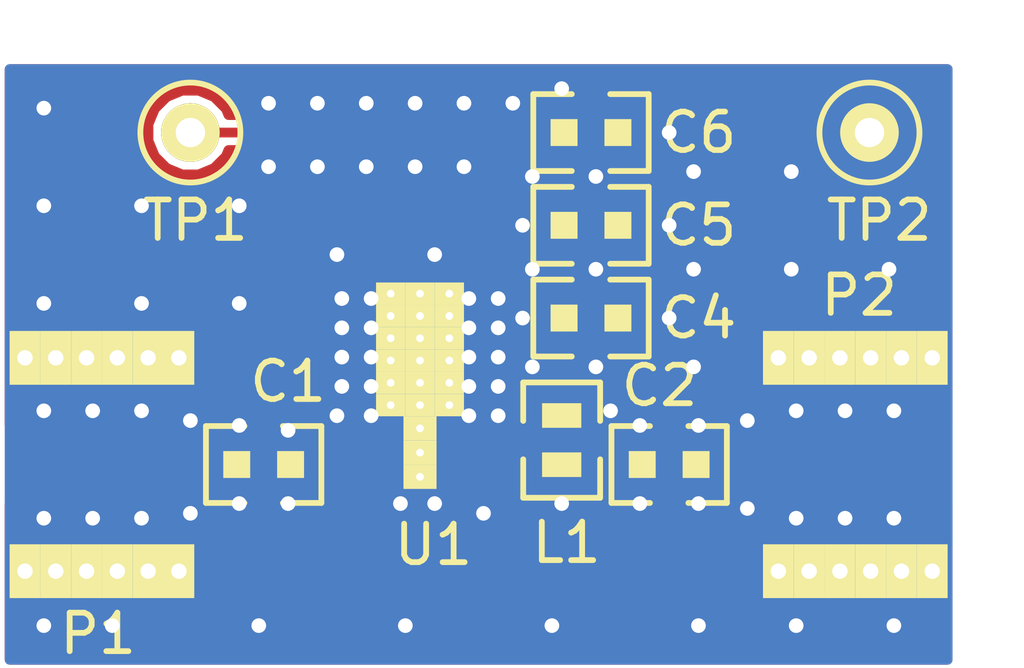
<source format=kicad_pcb>
(kicad_pcb (version 4) (host pcbnew 4.0.0-rc1-stable)

  (general
    (links 57)
    (no_connects 0)
    (area 137.472 102.701 164.453763 120.487)
    (thickness 1.6)
    (drawings 0)
    (tracks 16)
    (zones 0)
    (modules 106)
    (nets 7)
  )

  (page A4)
  (layers
    (0 F.Cu signal)
    (31 B.Cu signal hide)
    (32 B.Adhes user)
    (33 F.Adhes user)
    (34 B.Paste user)
    (35 F.Paste user)
    (36 B.SilkS user)
    (37 F.SilkS user)
    (38 B.Mask user)
    (39 F.Mask user)
    (40 Dwgs.User user)
    (41 Cmts.User user)
    (42 Eco1.User user)
    (43 Eco2.User user)
    (44 Edge.Cuts user)
    (45 Margin user)
    (46 B.CrtYd user)
    (47 F.CrtYd user)
    (48 B.Fab user)
    (49 F.Fab user)
  )

  (setup
    (last_trace_width 0.25)
    (user_trace_width 0.254)
    (user_trace_width 0.381)
    (user_trace_width 0.508)
    (user_trace_width 0.9398)
    (trace_clearance 0.2)
    (zone_clearance 0.1524)
    (zone_45_only no)
    (trace_min 0.2)
    (segment_width 0.2)
    (edge_width 0.15)
    (via_size 0.6)
    (via_drill 0.4)
    (via_min_size 0.4)
    (via_min_drill 0.3)
    (uvia_size 0.3)
    (uvia_drill 0.1)
    (uvias_allowed no)
    (uvia_min_size 0.2)
    (uvia_min_drill 0.1)
    (pcb_text_width 0.3)
    (pcb_text_size 1.5 1.5)
    (mod_edge_width 0.15)
    (mod_text_size 1 1)
    (mod_text_width 0.15)
    (pad_size 0.762 0.58)
    (pad_drill 0.2)
    (pad_to_mask_clearance 0.2)
    (aux_axis_origin 0 0)
    (visible_elements 7FFFFFFF)
    (pcbplotparams
      (layerselection 0x00030_80000001)
      (usegerberextensions false)
      (excludeedgelayer true)
      (linewidth 0.100000)
      (plotframeref false)
      (viasonmask false)
      (mode 1)
      (useauxorigin false)
      (hpglpennumber 1)
      (hpglpenspeed 20)
      (hpglpendiameter 15)
      (hpglpenoverlay 2)
      (psnegative false)
      (psa4output false)
      (plotreference true)
      (plotvalue true)
      (plotinvisibletext false)
      (padsonsilk false)
      (subtractmaskfromsilk false)
      (outputformat 1)
      (mirror false)
      (drillshape 1)
      (scaleselection 1)
      (outputdirectory ""))
  )

  (net 0 "")
  (net 1 "Net-(C1-Pad1)")
  (net 2 "Net-(C1-Pad2)")
  (net 3 "Net-(C2-Pad1)")
  (net 4 "Net-(C2-Pad2)")
  (net 5 GND)
  (net 6 VCC)

  (net_class Default "This is the default net class."
    (clearance 0.2)
    (trace_width 0.25)
    (via_dia 0.6)
    (via_drill 0.4)
    (uvia_dia 0.3)
    (uvia_drill 0.1)
    (add_net GND)
    (add_net "Net-(C1-Pad1)")
    (add_net "Net-(C1-Pad2)")
    (add_net "Net-(C2-Pad1)")
    (add_net "Net-(C2-Pad2)")
    (add_net VCC)
  )

  (module rf-gain-block-footprints:via-15mil (layer F.Cu) (tedit 560C7966) (tstamp 560C7EF4)
    (at 160.782 109.982)
    (fp_text reference REF** (at 0 0.5588) (layer F.SilkS) hide
      (effects (font (size 0.127 0.127) (thickness 0.015)))
    )
    (fp_text value via-15mil (at 0 -0.5588) (layer F.Fab) hide
      (effects (font (size 0.127 0.127) (thickness 0.015)))
    )
    (pad 1 thru_hole circle (at 0 0) (size 0.762 0.762) (drill 0.381) (layers *.Cu)
      (zone_connect 2))
  )

  (module rf-gain-block-footprints:via-15mil (layer F.Cu) (tedit 560C7966) (tstamp 560C7EEB)
    (at 158.242 107.442)
    (fp_text reference REF** (at 0 0.5588) (layer F.SilkS) hide
      (effects (font (size 0.127 0.127) (thickness 0.015)))
    )
    (fp_text value via-15mil (at 0 -0.5588) (layer F.Fab) hide
      (effects (font (size 0.127 0.127) (thickness 0.015)))
    )
    (pad 1 thru_hole circle (at 0 0) (size 0.762 0.762) (drill 0.381) (layers *.Cu)
      (zone_connect 2))
  )

  (module rf-gain-block-footprints:smd_0603 (layer F.Cu) (tedit 560C5447) (tstamp 560C5322)
    (at 144.526 115.062 180)
    (path /55D2D1A0)
    (fp_text reference C1 (at -0.635 2.159 180) (layer F.SilkS)
      (effects (font (size 1 1) (thickness 0.15)))
    )
    (fp_text value 0.1uF (at -1.397 -2.032 180) (layer F.Fab)
      (effects (font (size 1 1) (thickness 0.15)))
    )
    (fp_line (start 1.5 -1) (end 1.5 1) (layer F.SilkS) (width 0.15))
    (fp_line (start 1.5 1) (end 0.5 1) (layer F.SilkS) (width 0.15))
    (fp_line (start 1.5 -1) (end 0.5 -1) (layer F.SilkS) (width 0.15))
    (fp_line (start -1.5 -1) (end -1.5 1) (layer F.SilkS) (width 0.15))
    (fp_line (start -1.5 1) (end -0.5 1) (layer F.SilkS) (width 0.15))
    (fp_line (start -1.5 -1) (end -0.5 -1) (layer F.SilkS) (width 0.15))
    (pad 1 smd rect (at -0.7 0 180) (size 0.7 0.7) (layers F.Cu F.Paste F.SilkS F.Mask)
      (net 1 "Net-(C1-Pad1)"))
    (pad 2 smd rect (at 0.7 0 180) (size 0.7 0.7) (layers F.Cu F.Paste F.SilkS F.Mask)
      (net 2 "Net-(C1-Pad2)"))
  )

  (module rf-gain-block-footprints:smd_0603 (layer F.Cu) (tedit 55D02F25) (tstamp 560C5328)
    (at 155.067 115.062 180)
    (path /55D2D3C6)
    (fp_text reference C2 (at 0.25 2.05 180) (layer F.SilkS)
      (effects (font (size 1 1) (thickness 0.15)))
    )
    (fp_text value 0.1uF (at 0.4 -2.3 180) (layer F.Fab)
      (effects (font (size 1 1) (thickness 0.15)))
    )
    (fp_line (start 1.5 -1) (end 1.5 1) (layer F.SilkS) (width 0.15))
    (fp_line (start 1.5 1) (end 0.5 1) (layer F.SilkS) (width 0.15))
    (fp_line (start 1.5 -1) (end 0.5 -1) (layer F.SilkS) (width 0.15))
    (fp_line (start -1.5 -1) (end -1.5 1) (layer F.SilkS) (width 0.15))
    (fp_line (start -1.5 1) (end -0.5 1) (layer F.SilkS) (width 0.15))
    (fp_line (start -1.5 -1) (end -0.5 -1) (layer F.SilkS) (width 0.15))
    (pad 1 smd rect (at -0.7 0 180) (size 0.7 0.7) (layers F.Cu F.Paste F.SilkS F.Mask)
      (net 3 "Net-(C2-Pad1)"))
    (pad 2 smd rect (at 0.7 0 180) (size 0.7 0.7) (layers F.Cu F.Paste F.SilkS F.Mask)
      (net 4 "Net-(C2-Pad2)"))
  )

  (module rf-gain-block-footprints:smd_0603 (layer F.Cu) (tedit 560C5420) (tstamp 560C532E)
    (at 153.035 111.252 180)
    (path /55D2D218)
    (fp_text reference C4 (at -2.794 0 180) (layer F.SilkS)
      (effects (font (size 1 1) (thickness 0.15)))
    )
    (fp_text value 68pF (at -3.81 0.889 180) (layer F.Fab)
      (effects (font (size 1 1) (thickness 0.15)))
    )
    (fp_line (start 1.5 -1) (end 1.5 1) (layer F.SilkS) (width 0.15))
    (fp_line (start 1.5 1) (end 0.5 1) (layer F.SilkS) (width 0.15))
    (fp_line (start 1.5 -1) (end 0.5 -1) (layer F.SilkS) (width 0.15))
    (fp_line (start -1.5 -1) (end -1.5 1) (layer F.SilkS) (width 0.15))
    (fp_line (start -1.5 1) (end -0.5 1) (layer F.SilkS) (width 0.15))
    (fp_line (start -1.5 -1) (end -0.5 -1) (layer F.SilkS) (width 0.15))
    (pad 1 smd rect (at -0.7 0 180) (size 0.7 0.7) (layers F.Cu F.Paste F.SilkS F.Mask)
      (net 5 GND))
    (pad 2 smd rect (at 0.7 0 180) (size 0.7 0.7) (layers F.Cu F.Paste F.SilkS F.Mask)
      (net 6 VCC))
  )

  (module rf-gain-block-footprints:smd_0603 (layer F.Cu) (tedit 560C5423) (tstamp 560C5334)
    (at 153.035 108.839 180)
    (path /55D2D1D7)
    (fp_text reference C5 (at -2.794 0 180) (layer F.SilkS)
      (effects (font (size 1 1) (thickness 0.15)))
    )
    (fp_text value 1.2nF (at -3.81 0.762 180) (layer F.Fab)
      (effects (font (size 1 1) (thickness 0.15)))
    )
    (fp_line (start 1.5 -1) (end 1.5 1) (layer F.SilkS) (width 0.15))
    (fp_line (start 1.5 1) (end 0.5 1) (layer F.SilkS) (width 0.15))
    (fp_line (start 1.5 -1) (end 0.5 -1) (layer F.SilkS) (width 0.15))
    (fp_line (start -1.5 -1) (end -1.5 1) (layer F.SilkS) (width 0.15))
    (fp_line (start -1.5 1) (end -0.5 1) (layer F.SilkS) (width 0.15))
    (fp_line (start -1.5 -1) (end -0.5 -1) (layer F.SilkS) (width 0.15))
    (pad 1 smd rect (at -0.7 0 180) (size 0.7 0.7) (layers F.Cu F.Paste F.SilkS F.Mask)
      (net 5 GND))
    (pad 2 smd rect (at 0.7 0 180) (size 0.7 0.7) (layers F.Cu F.Paste F.SilkS F.Mask)
      (net 6 VCC))
  )

  (module rf-gain-block-footprints:smd_0603 (layer F.Cu) (tedit 560C5428) (tstamp 560C533A)
    (at 153.035 106.426 180)
    (path /55D2D25D)
    (fp_text reference C6 (at -2.794 0 180) (layer F.SilkS)
      (effects (font (size 1 1) (thickness 0.15)))
    )
    (fp_text value 1uF (at -3.175 0.889 180) (layer F.Fab)
      (effects (font (size 1 1) (thickness 0.15)))
    )
    (fp_line (start 1.5 -1) (end 1.5 1) (layer F.SilkS) (width 0.15))
    (fp_line (start 1.5 1) (end 0.5 1) (layer F.SilkS) (width 0.15))
    (fp_line (start 1.5 -1) (end 0.5 -1) (layer F.SilkS) (width 0.15))
    (fp_line (start -1.5 -1) (end -1.5 1) (layer F.SilkS) (width 0.15))
    (fp_line (start -1.5 1) (end -0.5 1) (layer F.SilkS) (width 0.15))
    (fp_line (start -1.5 -1) (end -0.5 -1) (layer F.SilkS) (width 0.15))
    (pad 1 smd rect (at -0.7 0 180) (size 0.7 0.7) (layers F.Cu F.Paste F.SilkS F.Mask)
      (net 5 GND))
    (pad 2 smd rect (at 0.7 0 180) (size 0.7 0.7) (layers F.Cu F.Paste F.SilkS F.Mask)
      (net 6 VCC))
  )

  (module rf-gain-block-footprints:cc_0603ls (layer F.Cu) (tedit 560C5439) (tstamp 560C5340)
    (at 152.273 114.427 270)
    (path /55D2D2B7)
    (fp_text reference L1 (at 2.667 -0.127 360) (layer F.SilkS)
      (effects (font (size 1 1) (thickness 0.15)))
    )
    (fp_text value 470nH (at 4.318 -0.127 360) (layer F.Fab)
      (effects (font (size 1 1) (thickness 0.15)))
    )
    (fp_line (start 1.5 -1) (end 1.5 1) (layer F.SilkS) (width 0.15))
    (fp_line (start 1.5 1) (end 0.5 1) (layer F.SilkS) (width 0.15))
    (fp_line (start 1.5 -1) (end 0.5 -1) (layer F.SilkS) (width 0.15))
    (fp_line (start -1.5 -1) (end -1.5 1) (layer F.SilkS) (width 0.15))
    (fp_line (start -1.5 1) (end -0.5 1) (layer F.SilkS) (width 0.15))
    (fp_line (start -1.5 -1) (end -0.5 -1) (layer F.SilkS) (width 0.15))
    (pad 1 smd rect (at -0.64 0 270) (size 0.64 1.02) (layers F.Cu F.Paste F.SilkS F.Mask)
      (net 6 VCC))
    (pad 2 smd rect (at 0.64 0 270) (size 0.64 1.02) (layers F.Cu F.Paste F.SilkS F.Mask)
      (net 4 "Net-(C2-Pad2)"))
  )

  (module rf-gain-block-footprints:SMA (layer F.Cu) (tedit 560C591B) (tstamp 560C5351)
    (at 137.922 115.062 90)
    (path /55D2CEEC)
    (fp_text reference P1 (at -4.4 2.3 180) (layer F.SilkS)
      (effects (font (size 1 1) (thickness 0.15)))
    )
    (fp_text value SMA (at 4.45 2.05 180) (layer F.Fab)
      (effects (font (size 1 1) (thickness 0.15)))
    )
    (pad 2 thru_hole rect (at -2.775 0.4 90) (size 1.4 0.8) (drill 0.4) (layers *.Cu *.Mask F.SilkS)
      (net 5 GND))
    (pad 1 smd rect (at 0 1.9 90) (size 1.4 3.8) (layers F.Cu F.Paste F.Mask)
      (net 2 "Net-(C1-Pad2)"))
    (pad 2 thru_hole rect (at 2.775 0.4 90) (size 1.4 0.8) (drill 0.4) (layers *.Cu *.Mask F.SilkS)
      (net 5 GND))
    (pad 2 thru_hole rect (at 2.775 1.2 90) (size 1.4 0.8) (drill 0.4) (layers *.Cu *.Mask F.SilkS)
      (net 5 GND))
    (pad 2 thru_hole rect (at 2.775 2 90) (size 1.4 0.8) (drill 0.4) (layers *.Cu *.Mask F.SilkS)
      (net 5 GND))
    (pad 2 thru_hole rect (at 2.775 2.8 90) (size 1.4 0.8) (drill 0.4) (layers *.Cu *.Mask F.SilkS)
      (net 5 GND))
    (pad 2 thru_hole rect (at 2.775 3.6 90) (size 1.4 0.8) (drill 0.4) (layers *.Cu *.Mask F.SilkS)
      (net 5 GND))
    (pad 2 thru_hole rect (at 2.775 4.4 90) (size 1.4 0.8) (drill 0.4) (layers *.Cu *.Mask F.SilkS)
      (net 5 GND))
    (pad 2 thru_hole rect (at -2.775 1.2 90) (size 1.4 0.8) (drill 0.4) (layers *.Cu *.Mask F.SilkS)
      (net 5 GND))
    (pad 2 thru_hole rect (at -2.775 2 90) (size 1.4 0.8) (drill 0.4) (layers *.Cu *.Mask F.SilkS)
      (net 5 GND))
    (pad 2 thru_hole rect (at -2.775 2.8 90) (size 1.4 0.8) (drill 0.4) (layers *.Cu *.Mask F.SilkS)
      (net 5 GND) (zone_connect 2))
    (pad 2 thru_hole rect (at -2.775 3.6 90) (size 1.4 0.8) (drill 0.4) (layers *.Cu *.Mask F.SilkS)
      (net 5 GND) (zone_connect 2))
    (pad 2 thru_hole rect (at -2.775 4.4 90) (size 1.4 0.8) (drill 0.4) (layers *.Cu *.Mask F.SilkS)
      (net 5 GND))
  )

  (module rf-gain-block-footprints:SMA (layer F.Cu) (tedit 560C5911) (tstamp 560C5362)
    (at 162.306 115.062 270)
    (path /55D2CE6F)
    (fp_text reference P2 (at -4.4 2.3 360) (layer F.SilkS)
      (effects (font (size 1 1) (thickness 0.15)))
    )
    (fp_text value SMA (at 4.45 2.05 360) (layer F.Fab)
      (effects (font (size 1 1) (thickness 0.15)))
    )
    (pad 2 thru_hole rect (at -2.775 0.4 270) (size 1.4 0.8) (drill 0.4) (layers *.Cu *.Mask F.SilkS)
      (net 5 GND))
    (pad 1 smd rect (at 0 1.9 270) (size 1.4 3.8) (layers F.Cu F.Paste F.Mask)
      (net 3 "Net-(C2-Pad1)"))
    (pad 2 thru_hole rect (at 2.775 0.4 270) (size 1.4 0.8) (drill 0.4) (layers *.Cu *.Mask F.SilkS)
      (net 5 GND))
    (pad 2 thru_hole rect (at 2.775 1.2 270) (size 1.4 0.8) (drill 0.4) (layers *.Cu *.Mask F.SilkS)
      (net 5 GND))
    (pad 2 thru_hole rect (at 2.775 2 270) (size 1.4 0.8) (drill 0.4) (layers *.Cu *.Mask F.SilkS)
      (net 5 GND))
    (pad 2 thru_hole rect (at 2.775 2.8 270) (size 1.4 0.8) (drill 0.4) (layers *.Cu *.Mask F.SilkS)
      (net 5 GND) (zone_connect 2))
    (pad 2 thru_hole rect (at 2.775 3.6 270) (size 1.4 0.8) (drill 0.4) (layers *.Cu *.Mask F.SilkS)
      (net 5 GND))
    (pad 2 thru_hole rect (at 2.775 4.4 270) (size 1.4 0.8) (drill 0.4) (layers *.Cu *.Mask F.SilkS)
      (net 5 GND))
    (pad 2 thru_hole rect (at -2.775 1.2 270) (size 1.4 0.8) (drill 0.4) (layers *.Cu *.Mask F.SilkS)
      (net 5 GND) (zone_connect 2))
    (pad 2 thru_hole rect (at -2.775 2 270) (size 1.4 0.8) (drill 0.4) (layers *.Cu *.Mask F.SilkS)
      (net 5 GND))
    (pad 2 thru_hole rect (at -2.775 2.8 270) (size 1.4 0.8) (drill 0.4) (layers *.Cu *.Mask F.SilkS)
      (net 5 GND))
    (pad 2 thru_hole rect (at -2.775 3.6 270) (size 1.4 0.8) (drill 0.4) (layers *.Cu *.Mask F.SilkS)
      (net 5 GND))
    (pad 2 thru_hole rect (at -2.775 4.4 270) (size 1.4 0.8) (drill 0.4) (layers *.Cu *.Mask F.SilkS)
      (net 5 GND))
  )

  (module rf-gain-block-footprints:tp (layer F.Cu) (tedit 560C542C) (tstamp 560C5367)
    (at 142.621 106.426)
    (path /560B7FB1)
    (fp_text reference TP1 (at 0.127 2.286) (layer F.SilkS)
      (effects (font (size 1 1) (thickness 0.15)))
    )
    (fp_text value test-point (at 0 -2.6) (layer F.Fab)
      (effects (font (size 1 1) (thickness 0.15)))
    )
    (fp_circle (center 0 0) (end 1.3 0) (layer F.SilkS) (width 0.15))
    (pad 1 thru_hole circle (at 0 0) (size 1.524 1.524) (drill 0.762) (layers *.Cu *.Mask F.SilkS)
      (net 6 VCC))
  )

  (module rf-gain-block-footprints:tp (layer F.Cu) (tedit 560C542E) (tstamp 560C536C)
    (at 160.274 106.426)
    (path /560B80E2)
    (fp_text reference TP2 (at 0.254 2.286) (layer F.SilkS)
      (effects (font (size 1 1) (thickness 0.15)))
    )
    (fp_text value test-point (at 0 -2.6) (layer F.Fab)
      (effects (font (size 1 1) (thickness 0.15)))
    )
    (fp_circle (center 0 0) (end 1.3 0) (layer F.SilkS) (width 0.15))
    (pad 1 thru_hole circle (at 0 0) (size 1.524 1.524) (drill 0.762) (layers *.Cu *.Mask F.SilkS)
      (net 5 GND))
  )

  (module rf-gain-block-footprints:adl5602 (layer F.Cu) (tedit 560C5932) (tstamp 560C5387)
    (at 148.59 115.697)
    (path /55D2CE06)
    (fp_text reference U1 (at 0.35 1.45) (layer F.SilkS)
      (effects (font (size 1 1) (thickness 0.15)))
    )
    (fp_text value ADL5602 (at 0 -6.65) (layer F.Fab)
      (effects (font (size 1 1) (thickness 0.15)))
    )
    (fp_line (start -2.3 0.1) (end 2.3 0.1) (layer F.CrtYd) (width 0.15))
    (fp_line (start 2.3 0.1) (end 2.3 -5.6) (layer F.CrtYd) (width 0.15))
    (fp_line (start 2.3 -5.6) (end -2.3 -5.6) (layer F.CrtYd) (width 0.15))
    (fp_line (start -2.3 -5.6) (end -2.3 0.1) (layer F.CrtYd) (width 0.15))
    (pad 2 thru_hole rect (at -0.762 -2.18) (size 0.762 0.58) (drill 0.2) (layers *.Cu *.Mask F.SilkS)
      (net 5 GND))
    (pad 2 thru_hole rect (at 0 -0.315) (size 0.86 0.63) (drill 0.2) (layers *.Cu *.Mask F.SilkS)
      (net 5 GND))
    (pad 3 smd rect (at 1.5 -0.635) (size 0.86 1.27) (layers F.Cu F.Paste F.Mask)
      (net 4 "Net-(C2-Pad2)"))
    (pad 1 smd rect (at -1.5 -0.635) (size 0.86 1.27) (layers F.Cu F.Paste F.Mask)
      (net 1 "Net-(C1-Pad1)"))
    (pad 2 thru_hole rect (at 0 -0.945) (size 0.86 0.63) (drill 0.2) (layers *.Cu *.Mask F.SilkS)
      (net 5 GND))
    (pad 2 thru_hole rect (at 0 -1.575) (size 0.86 0.63) (drill 0.2) (layers *.Cu *.Mask F.SilkS)
      (net 5 GND))
    (pad 2 thru_hole rect (at 0 -2.18) (size 0.762 0.58) (drill 0.2) (layers *.Cu *.Mask F.SilkS)
      (net 5 GND))
    (pad 2 thru_hole rect (at 0.762 -2.18) (size 0.762 0.58) (drill 0.2) (layers *.Cu *.Mask F.SilkS)
      (net 5 GND))
    (pad 2 thru_hole rect (at -0.762 -2.76) (size 0.762 0.58) (drill 0.2) (layers *.Cu *.Mask F.SilkS)
      (net 5 GND))
    (pad 2 thru_hole rect (at 0 -2.76) (size 0.762 0.58) (drill 0.2) (layers *.Cu *.Mask F.SilkS)
      (net 5 GND))
    (pad 2 thru_hole rect (at 0.762 -2.76) (size 0.762 0.58) (drill 0.2) (layers *.Cu *.Mask F.SilkS)
      (net 5 GND))
    (pad 2 thru_hole rect (at -0.762 -3.34) (size 0.762 0.58) (drill 0.2) (layers *.Cu *.Mask F.SilkS)
      (net 5 GND))
    (pad 2 thru_hole rect (at 0 -3.34) (size 0.762 0.58) (drill 0.2) (layers *.Cu *.Mask F.SilkS)
      (net 5 GND))
    (pad 2 thru_hole rect (at 0.762 -3.34) (size 0.762 0.58) (drill 0.2) (layers *.Cu *.Mask F.SilkS)
      (net 5 GND))
    (pad 2 thru_hole rect (at -0.762 -3.92) (size 0.762 0.58) (drill 0.2) (layers *.Cu *.Mask F.SilkS)
      (net 5 GND))
    (pad 2 thru_hole rect (at 0 -3.92) (size 0.762 0.58) (drill 0.2) (layers *.Cu *.Mask F.SilkS)
      (net 5 GND))
    (pad 2 thru_hole rect (at 0.762 -3.92) (size 0.762 0.58) (drill 0.2) (layers *.Cu *.Mask F.SilkS)
      (net 5 GND))
    (pad 2 thru_hole rect (at -0.762 -4.5) (size 0.762 0.58) (drill 0.2) (layers *.Cu *.Mask F.SilkS)
      (net 5 GND))
    (pad 2 thru_hole rect (at 0 -4.5) (size 0.762 0.58) (drill 0.2) (layers *.Cu *.Mask F.SilkS)
      (net 5 GND))
    (pad 2 thru_hole rect (at 0.762 -4.5) (size 0.762 0.58) (drill 0.2) (layers *.Cu *.Mask F.SilkS)
      (net 5 GND))
    (pad 2 thru_hole rect (at -0.762 -5.08) (size 0.762 0.58) (drill 0.2) (layers *.Cu *.Mask F.SilkS)
      (net 5 GND) (zone_connect 2))
    (pad 2 thru_hole rect (at 0 -5.08) (size 0.762 0.58) (drill 0.2) (layers *.Cu *.Mask F.SilkS)
      (net 5 GND))
    (pad 2 thru_hole rect (at 0.762 -5.08) (size 0.762 0.58) (drill 0.2) (layers *.Cu *.Mask F.SilkS)
      (net 5 GND))
  )

  (module rf-gain-block-footprints:via-15mil (layer F.Cu) (tedit 560C7966) (tstamp 560C7B0D)
    (at 138.811 113.665)
    (fp_text reference REF** (at 0 0.5588) (layer F.SilkS) hide
      (effects (font (size 0.127 0.127) (thickness 0.015)))
    )
    (fp_text value via-15mil (at 0 -0.5588) (layer F.Fab) hide
      (effects (font (size 0.127 0.127) (thickness 0.015)))
    )
    (pad 1 thru_hole circle (at 0 0) (size 0.762 0.762) (drill 0.381) (layers *.Cu)
      (zone_connect 2))
  )

  (module rf-gain-block-footprints:via-15mil (layer F.Cu) (tedit 560C7966) (tstamp 560C7B16)
    (at 140.081 113.665)
    (fp_text reference REF** (at 0 0.5588) (layer F.SilkS) hide
      (effects (font (size 0.127 0.127) (thickness 0.015)))
    )
    (fp_text value via-15mil (at 0 -0.5588) (layer F.Fab) hide
      (effects (font (size 0.127 0.127) (thickness 0.015)))
    )
    (pad 1 thru_hole circle (at 0 0) (size 0.762 0.762) (drill 0.381) (layers *.Cu)
      (zone_connect 2))
  )

  (module rf-gain-block-footprints:via-15mil (layer F.Cu) (tedit 560C7966) (tstamp 560C7B1F)
    (at 141.351 113.665)
    (fp_text reference REF** (at 0 0.5588) (layer F.SilkS) hide
      (effects (font (size 0.127 0.127) (thickness 0.015)))
    )
    (fp_text value via-15mil (at 0 -0.5588) (layer F.Fab) hide
      (effects (font (size 0.127 0.127) (thickness 0.015)))
    )
    (pad 1 thru_hole circle (at 0 0) (size 0.762 0.762) (drill 0.381) (layers *.Cu)
      (zone_connect 2))
  )

  (module rf-gain-block-footprints:via-15mil (layer F.Cu) (tedit 560C7966) (tstamp 560C7B28)
    (at 142.621 113.919)
    (fp_text reference REF** (at 0 0.5588) (layer F.SilkS) hide
      (effects (font (size 0.127 0.127) (thickness 0.015)))
    )
    (fp_text value via-15mil (at 0 -0.5588) (layer F.Fab) hide
      (effects (font (size 0.127 0.127) (thickness 0.015)))
    )
    (pad 1 thru_hole circle (at 0 0) (size 0.762 0.762) (drill 0.381) (layers *.Cu)
      (zone_connect 2))
  )

  (module rf-gain-block-footprints:via-15mil (layer F.Cu) (tedit 560C7966) (tstamp 560C7B31)
    (at 143.891 114.046)
    (fp_text reference REF** (at 0 0.5588) (layer F.SilkS) hide
      (effects (font (size 0.127 0.127) (thickness 0.015)))
    )
    (fp_text value via-15mil (at 0 -0.5588) (layer F.Fab) hide
      (effects (font (size 0.127 0.127) (thickness 0.015)))
    )
    (pad 1 thru_hole circle (at 0 0) (size 0.762 0.762) (drill 0.381) (layers *.Cu)
      (zone_connect 2))
  )

  (module rf-gain-block-footprints:via-15mil (layer F.Cu) (tedit 560C7966) (tstamp 560C7B3A)
    (at 145.161 114.173)
    (fp_text reference REF** (at 0 0.5588) (layer F.SilkS) hide
      (effects (font (size 0.127 0.127) (thickness 0.015)))
    )
    (fp_text value via-15mil (at 0 -0.5588) (layer F.Fab) hide
      (effects (font (size 0.127 0.127) (thickness 0.015)))
    )
    (pad 1 thru_hole circle (at 0 0) (size 0.762 0.762) (drill 0.381) (layers *.Cu)
      (zone_connect 2))
  )

  (module rf-gain-block-footprints:via-15mil (layer F.Cu) (tedit 560C7966) (tstamp 560C7B43)
    (at 146.431 113.792)
    (fp_text reference REF** (at 0 0.5588) (layer F.SilkS) hide
      (effects (font (size 0.127 0.127) (thickness 0.015)))
    )
    (fp_text value via-15mil (at 0 -0.5588) (layer F.Fab) hide
      (effects (font (size 0.127 0.127) (thickness 0.015)))
    )
    (pad 1 thru_hole circle (at 0 0) (size 0.762 0.762) (drill 0.381) (layers *.Cu)
      (zone_connect 2))
  )

  (module rf-gain-block-footprints:via-15mil (layer F.Cu) (tedit 560C7966) (tstamp 560C7B4C)
    (at 147.32 113.792)
    (fp_text reference REF** (at 0 0.5588) (layer F.SilkS) hide
      (effects (font (size 0.127 0.127) (thickness 0.015)))
    )
    (fp_text value via-15mil (at 0 -0.5588) (layer F.Fab) hide
      (effects (font (size 0.127 0.127) (thickness 0.015)))
    )
    (pad 1 thru_hole circle (at 0 0) (size 0.762 0.762) (drill 0.381) (layers *.Cu)
      (zone_connect 2))
  )

  (module rf-gain-block-footprints:via-15mil (layer F.Cu) (tedit 560C7966) (tstamp 560C7BCA)
    (at 147.32 113.03)
    (fp_text reference REF** (at 0 0.5588) (layer F.SilkS) hide
      (effects (font (size 0.127 0.127) (thickness 0.015)))
    )
    (fp_text value via-15mil (at 0 -0.5588) (layer F.Fab) hide
      (effects (font (size 0.127 0.127) (thickness 0.015)))
    )
    (pad 1 thru_hole circle (at 0 0) (size 0.762 0.762) (drill 0.381) (layers *.Cu)
      (zone_connect 2))
  )

  (module rf-gain-block-footprints:via-15mil (layer F.Cu) (tedit 560C7966) (tstamp 560C7BD3)
    (at 147.32 112.268)
    (fp_text reference REF** (at 0 0.5588) (layer F.SilkS) hide
      (effects (font (size 0.127 0.127) (thickness 0.015)))
    )
    (fp_text value via-15mil (at 0 -0.5588) (layer F.Fab) hide
      (effects (font (size 0.127 0.127) (thickness 0.015)))
    )
    (pad 1 thru_hole circle (at 0 0) (size 0.762 0.762) (drill 0.381) (layers *.Cu)
      (zone_connect 2))
  )

  (module rf-gain-block-footprints:via-15mil (layer F.Cu) (tedit 560C7966) (tstamp 560C7BDC)
    (at 147.32 111.506)
    (fp_text reference REF** (at 0 0.5588) (layer F.SilkS) hide
      (effects (font (size 0.127 0.127) (thickness 0.015)))
    )
    (fp_text value via-15mil (at 0 -0.5588) (layer F.Fab) hide
      (effects (font (size 0.127 0.127) (thickness 0.015)))
    )
    (pad 1 thru_hole circle (at 0 0) (size 0.762 0.762) (drill 0.381) (layers *.Cu)
      (zone_connect 2))
  )

  (module rf-gain-block-footprints:via-15mil (layer F.Cu) (tedit 560C7966) (tstamp 560C7BE5)
    (at 147.32 110.744)
    (fp_text reference REF** (at 0 0.5588) (layer F.SilkS) hide
      (effects (font (size 0.127 0.127) (thickness 0.015)))
    )
    (fp_text value via-15mil (at 0 -0.5588) (layer F.Fab) hide
      (effects (font (size 0.127 0.127) (thickness 0.015)))
    )
    (pad 1 thru_hole circle (at 0 0) (size 0.762 0.762) (drill 0.381) (layers *.Cu)
      (zone_connect 2))
  )

  (module rf-gain-block-footprints:via-15mil (layer F.Cu) (tedit 560C7966) (tstamp 560C7BEE)
    (at 146.558 110.744)
    (fp_text reference REF** (at 0 0.5588) (layer F.SilkS) hide
      (effects (font (size 0.127 0.127) (thickness 0.015)))
    )
    (fp_text value via-15mil (at 0 -0.5588) (layer F.Fab) hide
      (effects (font (size 0.127 0.127) (thickness 0.015)))
    )
    (pad 1 thru_hole circle (at 0 0) (size 0.762 0.762) (drill 0.381) (layers *.Cu)
      (zone_connect 2))
  )

  (module rf-gain-block-footprints:via-15mil (layer F.Cu) (tedit 560C7966) (tstamp 560C7BF7)
    (at 146.558 111.506)
    (fp_text reference REF** (at 0 0.5588) (layer F.SilkS) hide
      (effects (font (size 0.127 0.127) (thickness 0.015)))
    )
    (fp_text value via-15mil (at 0 -0.5588) (layer F.Fab) hide
      (effects (font (size 0.127 0.127) (thickness 0.015)))
    )
    (pad 1 thru_hole circle (at 0 0) (size 0.762 0.762) (drill 0.381) (layers *.Cu)
      (zone_connect 2))
  )

  (module rf-gain-block-footprints:via-15mil (layer F.Cu) (tedit 560C7966) (tstamp 560C7C00)
    (at 146.558 112.268)
    (fp_text reference REF** (at 0 0.5588) (layer F.SilkS) hide
      (effects (font (size 0.127 0.127) (thickness 0.015)))
    )
    (fp_text value via-15mil (at 0 -0.5588) (layer F.Fab) hide
      (effects (font (size 0.127 0.127) (thickness 0.015)))
    )
    (pad 1 thru_hole circle (at 0 0) (size 0.762 0.762) (drill 0.381) (layers *.Cu)
      (zone_connect 2))
  )

  (module rf-gain-block-footprints:via-15mil (layer F.Cu) (tedit 560C7966) (tstamp 560C7C09)
    (at 146.558 113.03)
    (fp_text reference REF** (at 0 0.5588) (layer F.SilkS) hide
      (effects (font (size 0.127 0.127) (thickness 0.015)))
    )
    (fp_text value via-15mil (at 0 -0.5588) (layer F.Fab) hide
      (effects (font (size 0.127 0.127) (thickness 0.015)))
    )
    (pad 1 thru_hole circle (at 0 0) (size 0.762 0.762) (drill 0.381) (layers *.Cu)
      (zone_connect 2))
  )

  (module rf-gain-block-footprints:via-15mil (layer F.Cu) (tedit 560C7966) (tstamp 560C7C12)
    (at 145.161 116.078)
    (fp_text reference REF** (at 0 0.5588) (layer F.SilkS) hide
      (effects (font (size 0.127 0.127) (thickness 0.015)))
    )
    (fp_text value via-15mil (at 0 -0.5588) (layer F.Fab) hide
      (effects (font (size 0.127 0.127) (thickness 0.015)))
    )
    (pad 1 thru_hole circle (at 0 0) (size 0.762 0.762) (drill 0.381) (layers *.Cu)
      (zone_connect 2))
  )

  (module rf-gain-block-footprints:via-15mil (layer F.Cu) (tedit 560C7966) (tstamp 560C7C1B)
    (at 143.891 116.078)
    (fp_text reference REF** (at 0 0.5588) (layer F.SilkS) hide
      (effects (font (size 0.127 0.127) (thickness 0.015)))
    )
    (fp_text value via-15mil (at 0 -0.5588) (layer F.Fab) hide
      (effects (font (size 0.127 0.127) (thickness 0.015)))
    )
    (pad 1 thru_hole circle (at 0 0) (size 0.762 0.762) (drill 0.381) (layers *.Cu)
      (zone_connect 2))
  )

  (module rf-gain-block-footprints:via-15mil (layer F.Cu) (tedit 560C7966) (tstamp 560C7C2D)
    (at 142.621 116.332)
    (fp_text reference REF** (at 0 0.5588) (layer F.SilkS) hide
      (effects (font (size 0.127 0.127) (thickness 0.015)))
    )
    (fp_text value via-15mil (at 0 -0.5588) (layer F.Fab) hide
      (effects (font (size 0.127 0.127) (thickness 0.015)))
    )
    (pad 1 thru_hole circle (at 0 0) (size 0.762 0.762) (drill 0.381) (layers *.Cu)
      (zone_connect 2))
  )

  (module rf-gain-block-footprints:via-15mil (layer F.Cu) (tedit 560C7966) (tstamp 560C7C3F)
    (at 141.351 116.459)
    (fp_text reference REF** (at 0 0.5588) (layer F.SilkS) hide
      (effects (font (size 0.127 0.127) (thickness 0.015)))
    )
    (fp_text value via-15mil (at 0 -0.5588) (layer F.Fab) hide
      (effects (font (size 0.127 0.127) (thickness 0.015)))
    )
    (pad 1 thru_hole circle (at 0 0) (size 0.762 0.762) (drill 0.381) (layers *.Cu)
      (zone_connect 2))
  )

  (module rf-gain-block-footprints:via-15mil (layer F.Cu) (tedit 560C7966) (tstamp 560C7C48)
    (at 140.081 116.459)
    (fp_text reference REF** (at 0 0.5588) (layer F.SilkS) hide
      (effects (font (size 0.127 0.127) (thickness 0.015)))
    )
    (fp_text value via-15mil (at 0 -0.5588) (layer F.Fab) hide
      (effects (font (size 0.127 0.127) (thickness 0.015)))
    )
    (pad 1 thru_hole circle (at 0 0) (size 0.762 0.762) (drill 0.381) (layers *.Cu)
      (zone_connect 2))
  )

  (module rf-gain-block-footprints:via-15mil (layer F.Cu) (tedit 560C7966) (tstamp 560C7C51)
    (at 138.811 116.459)
    (fp_text reference REF** (at 0 0.5588) (layer F.SilkS) hide
      (effects (font (size 0.127 0.127) (thickness 0.015)))
    )
    (fp_text value via-15mil (at 0 -0.5588) (layer F.Fab) hide
      (effects (font (size 0.127 0.127) (thickness 0.015)))
    )
    (pad 1 thru_hole circle (at 0 0) (size 0.762 0.762) (drill 0.381) (layers *.Cu)
      (zone_connect 2))
  )

  (module rf-gain-block-footprints:via-15mil (layer F.Cu) (tedit 560C7966) (tstamp 560C7C5A)
    (at 148.082 116.078)
    (fp_text reference REF** (at 0 0.5588) (layer F.SilkS) hide
      (effects (font (size 0.127 0.127) (thickness 0.015)))
    )
    (fp_text value via-15mil (at 0 -0.5588) (layer F.Fab) hide
      (effects (font (size 0.127 0.127) (thickness 0.015)))
    )
    (pad 1 thru_hole circle (at 0 0) (size 0.762 0.762) (drill 0.381) (layers *.Cu)
      (zone_connect 2))
  )

  (module rf-gain-block-footprints:via-15mil (layer F.Cu) (tedit 560C7966) (tstamp 560C7C63)
    (at 148.971 116.078)
    (fp_text reference REF** (at 0 0.5588) (layer F.SilkS) hide
      (effects (font (size 0.127 0.127) (thickness 0.015)))
    )
    (fp_text value via-15mil (at 0 -0.5588) (layer F.Fab) hide
      (effects (font (size 0.127 0.127) (thickness 0.015)))
    )
    (pad 1 thru_hole circle (at 0 0) (size 0.762 0.762) (drill 0.381) (layers *.Cu)
      (zone_connect 2))
  )

  (module rf-gain-block-footprints:via-15mil (layer F.Cu) (tedit 560C7966) (tstamp 560C7C6C)
    (at 150.241 116.332)
    (fp_text reference REF** (at 0 0.5588) (layer F.SilkS) hide
      (effects (font (size 0.127 0.127) (thickness 0.015)))
    )
    (fp_text value via-15mil (at 0 -0.5588) (layer F.Fab) hide
      (effects (font (size 0.127 0.127) (thickness 0.015)))
    )
    (pad 1 thru_hole circle (at 0 0) (size 0.762 0.762) (drill 0.381) (layers *.Cu)
      (zone_connect 2))
  )

  (module rf-gain-block-footprints:via-15mil (layer F.Cu) (tedit 560C7966) (tstamp 560C7C87)
    (at 149.86 113.792)
    (fp_text reference REF** (at 0 0.5588) (layer F.SilkS) hide
      (effects (font (size 0.127 0.127) (thickness 0.015)))
    )
    (fp_text value via-15mil (at 0 -0.5588) (layer F.Fab) hide
      (effects (font (size 0.127 0.127) (thickness 0.015)))
    )
    (pad 1 thru_hole circle (at 0 0) (size 0.762 0.762) (drill 0.381) (layers *.Cu)
      (zone_connect 2))
  )

  (module rf-gain-block-footprints:via-15mil (layer F.Cu) (tedit 560C7966) (tstamp 560C7C90)
    (at 149.86 113.03)
    (fp_text reference REF** (at 0 0.5588) (layer F.SilkS) hide
      (effects (font (size 0.127 0.127) (thickness 0.015)))
    )
    (fp_text value via-15mil (at 0 -0.5588) (layer F.Fab) hide
      (effects (font (size 0.127 0.127) (thickness 0.015)))
    )
    (pad 1 thru_hole circle (at 0 0) (size 0.762 0.762) (drill 0.381) (layers *.Cu)
      (zone_connect 2))
  )

  (module rf-gain-block-footprints:via-15mil (layer F.Cu) (tedit 560C7966) (tstamp 560C7C99)
    (at 149.86 112.268)
    (fp_text reference REF** (at 0 0.5588) (layer F.SilkS) hide
      (effects (font (size 0.127 0.127) (thickness 0.015)))
    )
    (fp_text value via-15mil (at 0 -0.5588) (layer F.Fab) hide
      (effects (font (size 0.127 0.127) (thickness 0.015)))
    )
    (pad 1 thru_hole circle (at 0 0) (size 0.762 0.762) (drill 0.381) (layers *.Cu)
      (zone_connect 2))
  )

  (module rf-gain-block-footprints:via-15mil (layer F.Cu) (tedit 560C7966) (tstamp 560C7CA2)
    (at 149.86 111.506)
    (fp_text reference REF** (at 0 0.5588) (layer F.SilkS) hide
      (effects (font (size 0.127 0.127) (thickness 0.015)))
    )
    (fp_text value via-15mil (at 0 -0.5588) (layer F.Fab) hide
      (effects (font (size 0.127 0.127) (thickness 0.015)))
    )
    (pad 1 thru_hole circle (at 0 0) (size 0.762 0.762) (drill 0.381) (layers *.Cu)
      (zone_connect 2))
  )

  (module rf-gain-block-footprints:via-15mil (layer F.Cu) (tedit 560C7966) (tstamp 560C7CAB)
    (at 149.86 110.744)
    (fp_text reference REF** (at 0 0.5588) (layer F.SilkS) hide
      (effects (font (size 0.127 0.127) (thickness 0.015)))
    )
    (fp_text value via-15mil (at 0 -0.5588) (layer F.Fab) hide
      (effects (font (size 0.127 0.127) (thickness 0.015)))
    )
    (pad 1 thru_hole circle (at 0 0) (size 0.762 0.762) (drill 0.381) (layers *.Cu)
      (zone_connect 2))
  )

  (module rf-gain-block-footprints:via-15mil (layer F.Cu) (tedit 560C7966) (tstamp 560C7CB4)
    (at 150.622 110.744)
    (fp_text reference REF** (at 0 0.5588) (layer F.SilkS) hide
      (effects (font (size 0.127 0.127) (thickness 0.015)))
    )
    (fp_text value via-15mil (at 0 -0.5588) (layer F.Fab) hide
      (effects (font (size 0.127 0.127) (thickness 0.015)))
    )
    (pad 1 thru_hole circle (at 0 0) (size 0.762 0.762) (drill 0.381) (layers *.Cu)
      (zone_connect 2))
  )

  (module rf-gain-block-footprints:via-15mil (layer F.Cu) (tedit 560C7966) (tstamp 560C7CBD)
    (at 150.622 111.506)
    (fp_text reference REF** (at 0 0.5588) (layer F.SilkS) hide
      (effects (font (size 0.127 0.127) (thickness 0.015)))
    )
    (fp_text value via-15mil (at 0 -0.5588) (layer F.Fab) hide
      (effects (font (size 0.127 0.127) (thickness 0.015)))
    )
    (pad 1 thru_hole circle (at 0 0) (size 0.762 0.762) (drill 0.381) (layers *.Cu)
      (zone_connect 2))
  )

  (module rf-gain-block-footprints:via-15mil (layer F.Cu) (tedit 560C7966) (tstamp 560C7CC6)
    (at 150.622 112.268)
    (fp_text reference REF** (at 0 0.5588) (layer F.SilkS) hide
      (effects (font (size 0.127 0.127) (thickness 0.015)))
    )
    (fp_text value via-15mil (at 0 -0.5588) (layer F.Fab) hide
      (effects (font (size 0.127 0.127) (thickness 0.015)))
    )
    (pad 1 thru_hole circle (at 0 0) (size 0.762 0.762) (drill 0.381) (layers *.Cu)
      (zone_connect 2))
  )

  (module rf-gain-block-footprints:via-15mil (layer F.Cu) (tedit 560C7966) (tstamp 560C7CCF)
    (at 150.622 113.03)
    (fp_text reference REF** (at 0 0.5588) (layer F.SilkS) hide
      (effects (font (size 0.127 0.127) (thickness 0.015)))
    )
    (fp_text value via-15mil (at 0 -0.5588) (layer F.Fab) hide
      (effects (font (size 0.127 0.127) (thickness 0.015)))
    )
    (pad 1 thru_hole circle (at 0 0) (size 0.762 0.762) (drill 0.381) (layers *.Cu)
      (zone_connect 2))
  )

  (module rf-gain-block-footprints:via-15mil (layer F.Cu) (tedit 560C7966) (tstamp 560C7CD8)
    (at 150.622 113.792)
    (fp_text reference REF** (at 0 0.5588) (layer F.SilkS) hide
      (effects (font (size 0.127 0.127) (thickness 0.015)))
    )
    (fp_text value via-15mil (at 0 -0.5588) (layer F.Fab) hide
      (effects (font (size 0.127 0.127) (thickness 0.015)))
    )
    (pad 1 thru_hole circle (at 0 0) (size 0.762 0.762) (drill 0.381) (layers *.Cu)
      (zone_connect 2))
  )

  (module rf-gain-block-footprints:via-15mil (layer F.Cu) (tedit 560C7966) (tstamp 560C7D20)
    (at 151.511 112.522)
    (fp_text reference REF** (at 0 0.5588) (layer F.SilkS) hide
      (effects (font (size 0.127 0.127) (thickness 0.015)))
    )
    (fp_text value via-15mil (at 0 -0.5588) (layer F.Fab) hide
      (effects (font (size 0.127 0.127) (thickness 0.015)))
    )
    (pad 1 thru_hole circle (at 0 0) (size 0.762 0.762) (drill 0.381) (layers *.Cu)
      (zone_connect 2))
  )

  (module rf-gain-block-footprints:via-15mil (layer F.Cu) (tedit 560C7966) (tstamp 560C7D29)
    (at 151.257 111.252)
    (fp_text reference REF** (at 0 0.5588) (layer F.SilkS) hide
      (effects (font (size 0.127 0.127) (thickness 0.015)))
    )
    (fp_text value via-15mil (at 0 -0.5588) (layer F.Fab) hide
      (effects (font (size 0.127 0.127) (thickness 0.015)))
    )
    (pad 1 thru_hole circle (at 0 0) (size 0.762 0.762) (drill 0.381) (layers *.Cu)
      (zone_connect 2))
  )

  (module rf-gain-block-footprints:via-15mil (layer F.Cu) (tedit 560C7966) (tstamp 560C7D32)
    (at 151.511 109.982)
    (fp_text reference REF** (at 0 0.5588) (layer F.SilkS) hide
      (effects (font (size 0.127 0.127) (thickness 0.015)))
    )
    (fp_text value via-15mil (at 0 -0.5588) (layer F.Fab) hide
      (effects (font (size 0.127 0.127) (thickness 0.015)))
    )
    (pad 1 thru_hole circle (at 0 0) (size 0.762 0.762) (drill 0.381) (layers *.Cu)
      (zone_connect 2))
  )

  (module rf-gain-block-footprints:via-15mil (layer F.Cu) (tedit 560C7966) (tstamp 560C7D3B)
    (at 151.257 108.839)
    (fp_text reference REF** (at 0 0.5588) (layer F.SilkS) hide
      (effects (font (size 0.127 0.127) (thickness 0.015)))
    )
    (fp_text value via-15mil (at 0 -0.5588) (layer F.Fab) hide
      (effects (font (size 0.127 0.127) (thickness 0.015)))
    )
    (pad 1 thru_hole circle (at 0 0) (size 0.762 0.762) (drill 0.381) (layers *.Cu)
      (zone_connect 2))
  )

  (module rf-gain-block-footprints:via-15mil (layer F.Cu) (tedit 560C7966) (tstamp 560C7D44)
    (at 151.511 107.569)
    (fp_text reference REF** (at 0 0.5588) (layer F.SilkS) hide
      (effects (font (size 0.127 0.127) (thickness 0.015)))
    )
    (fp_text value via-15mil (at 0 -0.5588) (layer F.Fab) hide
      (effects (font (size 0.127 0.127) (thickness 0.015)))
    )
    (pad 1 thru_hole circle (at 0 0) (size 0.762 0.762) (drill 0.381) (layers *.Cu)
      (zone_connect 2))
  )

  (module rf-gain-block-footprints:via-15mil (layer F.Cu) (tedit 560C7966) (tstamp 560C7D4D)
    (at 153.162 107.569)
    (fp_text reference REF** (at 0 0.5588) (layer F.SilkS) hide
      (effects (font (size 0.127 0.127) (thickness 0.015)))
    )
    (fp_text value via-15mil (at 0 -0.5588) (layer F.Fab) hide
      (effects (font (size 0.127 0.127) (thickness 0.015)))
    )
    (pad 1 thru_hole circle (at 0 0) (size 0.762 0.762) (drill 0.381) (layers *.Cu)
      (zone_connect 2))
  )

  (module rf-gain-block-footprints:via-15mil (layer F.Cu) (tedit 560C7966) (tstamp 560C7D5F)
    (at 153.162 109.982)
    (fp_text reference REF** (at 0 0.5588) (layer F.SilkS) hide
      (effects (font (size 0.127 0.127) (thickness 0.015)))
    )
    (fp_text value via-15mil (at 0 -0.5588) (layer F.Fab) hide
      (effects (font (size 0.127 0.127) (thickness 0.015)))
    )
    (pad 1 thru_hole circle (at 0 0) (size 0.762 0.762) (drill 0.381) (layers *.Cu)
      (zone_connect 2))
  )

  (module rf-gain-block-footprints:via-15mil (layer F.Cu) (tedit 560C7966) (tstamp 560C7D71)
    (at 153.162 112.522)
    (fp_text reference REF** (at 0 0.5588) (layer F.SilkS) hide
      (effects (font (size 0.127 0.127) (thickness 0.015)))
    )
    (fp_text value via-15mil (at 0 -0.5588) (layer F.Fab) hide
      (effects (font (size 0.127 0.127) (thickness 0.015)))
    )
    (pad 1 thru_hole circle (at 0 0) (size 0.762 0.762) (drill 0.381) (layers *.Cu)
      (zone_connect 2))
  )

  (module rf-gain-block-footprints:via-15mil (layer F.Cu) (tedit 560C7966) (tstamp 560C7D7A)
    (at 153.543 113.665)
    (fp_text reference REF** (at 0 0.5588) (layer F.SilkS) hide
      (effects (font (size 0.127 0.127) (thickness 0.015)))
    )
    (fp_text value via-15mil (at 0 -0.5588) (layer F.Fab) hide
      (effects (font (size 0.127 0.127) (thickness 0.015)))
    )
    (pad 1 thru_hole circle (at 0 0) (size 0.762 0.762) (drill 0.381) (layers *.Cu)
      (zone_connect 2))
  )

  (module rf-gain-block-footprints:via-15mil (layer F.Cu) (tedit 560C7966) (tstamp 560C7D83)
    (at 154.305 114.046)
    (fp_text reference REF** (at 0 0.5588) (layer F.SilkS) hide
      (effects (font (size 0.127 0.127) (thickness 0.015)))
    )
    (fp_text value via-15mil (at 0 -0.5588) (layer F.Fab) hide
      (effects (font (size 0.127 0.127) (thickness 0.015)))
    )
    (pad 1 thru_hole circle (at 0 0) (size 0.762 0.762) (drill 0.381) (layers *.Cu)
      (zone_connect 2))
  )

  (module rf-gain-block-footprints:via-15mil (layer F.Cu) (tedit 560C7966) (tstamp 560C7D8C)
    (at 155.829 114.046)
    (fp_text reference REF** (at 0 0.5588) (layer F.SilkS) hide
      (effects (font (size 0.127 0.127) (thickness 0.015)))
    )
    (fp_text value via-15mil (at 0 -0.5588) (layer F.Fab) hide
      (effects (font (size 0.127 0.127) (thickness 0.015)))
    )
    (pad 1 thru_hole circle (at 0 0) (size 0.762 0.762) (drill 0.381) (layers *.Cu)
      (zone_connect 2))
  )

  (module rf-gain-block-footprints:via-15mil (layer F.Cu) (tedit 560C7966) (tstamp 560C7D95)
    (at 157.099 113.919)
    (fp_text reference REF** (at 0 0.5588) (layer F.SilkS) hide
      (effects (font (size 0.127 0.127) (thickness 0.015)))
    )
    (fp_text value via-15mil (at 0 -0.5588) (layer F.Fab) hide
      (effects (font (size 0.127 0.127) (thickness 0.015)))
    )
    (pad 1 thru_hole circle (at 0 0) (size 0.762 0.762) (drill 0.381) (layers *.Cu)
      (zone_connect 2))
  )

  (module rf-gain-block-footprints:via-15mil (layer F.Cu) (tedit 560C7966) (tstamp 560C7D9E)
    (at 158.369 113.665)
    (fp_text reference REF** (at 0 0.5588) (layer F.SilkS) hide
      (effects (font (size 0.127 0.127) (thickness 0.015)))
    )
    (fp_text value via-15mil (at 0 -0.5588) (layer F.Fab) hide
      (effects (font (size 0.127 0.127) (thickness 0.015)))
    )
    (pad 1 thru_hole circle (at 0 0) (size 0.762 0.762) (drill 0.381) (layers *.Cu)
      (zone_connect 2))
  )

  (module rf-gain-block-footprints:via-15mil (layer F.Cu) (tedit 560C7966) (tstamp 560C7DA7)
    (at 159.639 113.665)
    (fp_text reference REF** (at 0 0.5588) (layer F.SilkS) hide
      (effects (font (size 0.127 0.127) (thickness 0.015)))
    )
    (fp_text value via-15mil (at 0 -0.5588) (layer F.Fab) hide
      (effects (font (size 0.127 0.127) (thickness 0.015)))
    )
    (pad 1 thru_hole circle (at 0 0) (size 0.762 0.762) (drill 0.381) (layers *.Cu)
      (zone_connect 2))
  )

  (module rf-gain-block-footprints:via-15mil (layer F.Cu) (tedit 560C7966) (tstamp 560C7DB0)
    (at 160.909 113.665)
    (fp_text reference REF** (at 0 0.5588) (layer F.SilkS) hide
      (effects (font (size 0.127 0.127) (thickness 0.015)))
    )
    (fp_text value via-15mil (at 0 -0.5588) (layer F.Fab) hide
      (effects (font (size 0.127 0.127) (thickness 0.015)))
    )
    (pad 1 thru_hole circle (at 0 0) (size 0.762 0.762) (drill 0.381) (layers *.Cu)
      (zone_connect 2))
  )

  (module rf-gain-block-footprints:via-15mil (layer F.Cu) (tedit 560C7966) (tstamp 560C7DB9)
    (at 160.909 116.459)
    (fp_text reference REF** (at 0 0.5588) (layer F.SilkS) hide
      (effects (font (size 0.127 0.127) (thickness 0.015)))
    )
    (fp_text value via-15mil (at 0 -0.5588) (layer F.Fab) hide
      (effects (font (size 0.127 0.127) (thickness 0.015)))
    )
    (pad 1 thru_hole circle (at 0 0) (size 0.762 0.762) (drill 0.381) (layers *.Cu)
      (zone_connect 2))
  )

  (module rf-gain-block-footprints:via-15mil (layer F.Cu) (tedit 560C7966) (tstamp 560C7DC2)
    (at 159.639 116.459)
    (fp_text reference REF** (at 0 0.5588) (layer F.SilkS) hide
      (effects (font (size 0.127 0.127) (thickness 0.015)))
    )
    (fp_text value via-15mil (at 0 -0.5588) (layer F.Fab) hide
      (effects (font (size 0.127 0.127) (thickness 0.015)))
    )
    (pad 1 thru_hole circle (at 0 0) (size 0.762 0.762) (drill 0.381) (layers *.Cu)
      (zone_connect 2))
  )

  (module rf-gain-block-footprints:via-15mil (layer F.Cu) (tedit 560C7966) (tstamp 560C7DCB)
    (at 158.369 116.459)
    (fp_text reference REF** (at 0 0.5588) (layer F.SilkS) hide
      (effects (font (size 0.127 0.127) (thickness 0.015)))
    )
    (fp_text value via-15mil (at 0 -0.5588) (layer F.Fab) hide
      (effects (font (size 0.127 0.127) (thickness 0.015)))
    )
    (pad 1 thru_hole circle (at 0 0) (size 0.762 0.762) (drill 0.381) (layers *.Cu)
      (zone_connect 2))
  )

  (module rf-gain-block-footprints:via-15mil (layer F.Cu) (tedit 560C7966) (tstamp 560C7DD4)
    (at 157.099 116.205)
    (fp_text reference REF** (at 0 0.5588) (layer F.SilkS) hide
      (effects (font (size 0.127 0.127) (thickness 0.015)))
    )
    (fp_text value via-15mil (at 0 -0.5588) (layer F.Fab) hide
      (effects (font (size 0.127 0.127) (thickness 0.015)))
    )
    (pad 1 thru_hole circle (at 0 0) (size 0.762 0.762) (drill 0.381) (layers *.Cu)
      (zone_connect 2))
  )

  (module rf-gain-block-footprints:via-15mil (layer F.Cu) (tedit 560C7966) (tstamp 560C7DDD)
    (at 155.829 116.078)
    (fp_text reference REF** (at 0 0.5588) (layer F.SilkS) hide
      (effects (font (size 0.127 0.127) (thickness 0.015)))
    )
    (fp_text value via-15mil (at 0 -0.5588) (layer F.Fab) hide
      (effects (font (size 0.127 0.127) (thickness 0.015)))
    )
    (pad 1 thru_hole circle (at 0 0) (size 0.762 0.762) (drill 0.381) (layers *.Cu)
      (zone_connect 2))
  )

  (module rf-gain-block-footprints:via-15mil (layer F.Cu) (tedit 560C7966) (tstamp 560C7DE6)
    (at 154.305 116.078)
    (fp_text reference REF** (at 0 0.5588) (layer F.SilkS) hide
      (effects (font (size 0.127 0.127) (thickness 0.015)))
    )
    (fp_text value via-15mil (at 0 -0.5588) (layer F.Fab) hide
      (effects (font (size 0.127 0.127) (thickness 0.015)))
    )
    (pad 1 thru_hole circle (at 0 0) (size 0.762 0.762) (drill 0.381) (layers *.Cu)
      (zone_connect 2))
  )

  (module rf-gain-block-footprints:via-15mil (layer F.Cu) (tedit 560C7966) (tstamp 560C7DEF)
    (at 152.273 116.078)
    (fp_text reference REF** (at 0 0.5588) (layer F.SilkS) hide
      (effects (font (size 0.127 0.127) (thickness 0.015)))
    )
    (fp_text value via-15mil (at 0 -0.5588) (layer F.Fab) hide
      (effects (font (size 0.127 0.127) (thickness 0.015)))
    )
    (pad 1 thru_hole circle (at 0 0) (size 0.762 0.762) (drill 0.381) (layers *.Cu)
      (zone_connect 2))
  )

  (module rf-gain-block-footprints:via-15mil (layer F.Cu) (tedit 560C7966) (tstamp 560C7DF8)
    (at 152.273 105.283)
    (fp_text reference REF** (at 0 0.5588) (layer F.SilkS) hide
      (effects (font (size 0.127 0.127) (thickness 0.015)))
    )
    (fp_text value via-15mil (at 0 -0.5588) (layer F.Fab) hide
      (effects (font (size 0.127 0.127) (thickness 0.015)))
    )
    (pad 1 thru_hole circle (at 0 0) (size 0.762 0.762) (drill 0.381) (layers *.Cu)
      (zone_connect 2))
  )

  (module rf-gain-block-footprints:via-15mil (layer F.Cu) (tedit 560C7966) (tstamp 560C7E0A)
    (at 151.003 105.664)
    (fp_text reference REF** (at 0 0.5588) (layer F.SilkS) hide
      (effects (font (size 0.127 0.127) (thickness 0.015)))
    )
    (fp_text value via-15mil (at 0 -0.5588) (layer F.Fab) hide
      (effects (font (size 0.127 0.127) (thickness 0.015)))
    )
    (pad 1 thru_hole circle (at 0 0) (size 0.762 0.762) (drill 0.381) (layers *.Cu)
      (zone_connect 2))
  )

  (module rf-gain-block-footprints:via-15mil (layer F.Cu) (tedit 560C7966) (tstamp 560C7E13)
    (at 149.733 105.664)
    (fp_text reference REF** (at 0 0.5588) (layer F.SilkS) hide
      (effects (font (size 0.127 0.127) (thickness 0.015)))
    )
    (fp_text value via-15mil (at 0 -0.5588) (layer F.Fab) hide
      (effects (font (size 0.127 0.127) (thickness 0.015)))
    )
    (pad 1 thru_hole circle (at 0 0) (size 0.762 0.762) (drill 0.381) (layers *.Cu)
      (zone_connect 2))
  )

  (module rf-gain-block-footprints:via-15mil (layer F.Cu) (tedit 560C7966) (tstamp 560C7E1C)
    (at 148.463 105.664)
    (fp_text reference REF** (at 0 0.5588) (layer F.SilkS) hide
      (effects (font (size 0.127 0.127) (thickness 0.015)))
    )
    (fp_text value via-15mil (at 0 -0.5588) (layer F.Fab) hide
      (effects (font (size 0.127 0.127) (thickness 0.015)))
    )
    (pad 1 thru_hole circle (at 0 0) (size 0.762 0.762) (drill 0.381) (layers *.Cu)
      (zone_connect 2))
  )

  (module rf-gain-block-footprints:via-15mil (layer F.Cu) (tedit 560C7966) (tstamp 560C7E25)
    (at 147.193 105.664)
    (fp_text reference REF** (at 0 0.5588) (layer F.SilkS) hide
      (effects (font (size 0.127 0.127) (thickness 0.015)))
    )
    (fp_text value via-15mil (at 0 -0.5588) (layer F.Fab) hide
      (effects (font (size 0.127 0.127) (thickness 0.015)))
    )
    (pad 1 thru_hole circle (at 0 0) (size 0.762 0.762) (drill 0.381) (layers *.Cu)
      (zone_connect 2))
  )

  (module rf-gain-block-footprints:via-15mil (layer F.Cu) (tedit 560C7966) (tstamp 560C7E2E)
    (at 145.923 105.664)
    (fp_text reference REF** (at 0 0.5588) (layer F.SilkS) hide
      (effects (font (size 0.127 0.127) (thickness 0.015)))
    )
    (fp_text value via-15mil (at 0 -0.5588) (layer F.Fab) hide
      (effects (font (size 0.127 0.127) (thickness 0.015)))
    )
    (pad 1 thru_hole circle (at 0 0) (size 0.762 0.762) (drill 0.381) (layers *.Cu)
      (zone_connect 2))
  )

  (module rf-gain-block-footprints:via-15mil (layer F.Cu) (tedit 560C7966) (tstamp 560C7E37)
    (at 144.653 105.664)
    (fp_text reference REF** (at 0 0.5588) (layer F.SilkS) hide
      (effects (font (size 0.127 0.127) (thickness 0.015)))
    )
    (fp_text value via-15mil (at 0 -0.5588) (layer F.Fab) hide
      (effects (font (size 0.127 0.127) (thickness 0.015)))
    )
    (pad 1 thru_hole circle (at 0 0) (size 0.762 0.762) (drill 0.381) (layers *.Cu)
      (zone_connect 2))
  )

  (module rf-gain-block-footprints:via-15mil (layer F.Cu) (tedit 560C7966) (tstamp 560C7E40)
    (at 144.653 107.315)
    (fp_text reference REF** (at 0 0.5588) (layer F.SilkS) hide
      (effects (font (size 0.127 0.127) (thickness 0.015)))
    )
    (fp_text value via-15mil (at 0 -0.5588) (layer F.Fab) hide
      (effects (font (size 0.127 0.127) (thickness 0.015)))
    )
    (pad 1 thru_hole circle (at 0 0) (size 0.762 0.762) (drill 0.381) (layers *.Cu)
      (zone_connect 2))
  )

  (module rf-gain-block-footprints:via-15mil (layer F.Cu) (tedit 560C7966) (tstamp 560C7E49)
    (at 145.923 107.315)
    (fp_text reference REF** (at 0 0.5588) (layer F.SilkS) hide
      (effects (font (size 0.127 0.127) (thickness 0.015)))
    )
    (fp_text value via-15mil (at 0 -0.5588) (layer F.Fab) hide
      (effects (font (size 0.127 0.127) (thickness 0.015)))
    )
    (pad 1 thru_hole circle (at 0 0) (size 0.762 0.762) (drill 0.381) (layers *.Cu)
      (zone_connect 2))
  )

  (module rf-gain-block-footprints:via-15mil (layer F.Cu) (tedit 560C7966) (tstamp 560C7E52)
    (at 147.193 107.315)
    (fp_text reference REF** (at 0 0.5588) (layer F.SilkS) hide
      (effects (font (size 0.127 0.127) (thickness 0.015)))
    )
    (fp_text value via-15mil (at 0 -0.5588) (layer F.Fab) hide
      (effects (font (size 0.127 0.127) (thickness 0.015)))
    )
    (pad 1 thru_hole circle (at 0 0) (size 0.762 0.762) (drill 0.381) (layers *.Cu)
      (zone_connect 2))
  )

  (module rf-gain-block-footprints:via-15mil (layer F.Cu) (tedit 560C7966) (tstamp 560C7E5B)
    (at 148.463 107.315)
    (fp_text reference REF** (at 0 0.5588) (layer F.SilkS) hide
      (effects (font (size 0.127 0.127) (thickness 0.015)))
    )
    (fp_text value via-15mil (at 0 -0.5588) (layer F.Fab) hide
      (effects (font (size 0.127 0.127) (thickness 0.015)))
    )
    (pad 1 thru_hole circle (at 0 0) (size 0.762 0.762) (drill 0.381) (layers *.Cu)
      (zone_connect 2))
  )

  (module rf-gain-block-footprints:via-15mil (layer F.Cu) (tedit 560C7966) (tstamp 560C7E64)
    (at 149.733 107.315)
    (fp_text reference REF** (at 0 0.5588) (layer F.SilkS) hide
      (effects (font (size 0.127 0.127) (thickness 0.015)))
    )
    (fp_text value via-15mil (at 0 -0.5588) (layer F.Fab) hide
      (effects (font (size 0.127 0.127) (thickness 0.015)))
    )
    (pad 1 thru_hole circle (at 0 0) (size 0.762 0.762) (drill 0.381) (layers *.Cu)
      (zone_connect 2))
  )

  (module rf-gain-block-footprints:via-15mil (layer F.Cu) (tedit 560C7966) (tstamp 560C7E6D)
    (at 138.811 110.871)
    (fp_text reference REF** (at 0 0.5588) (layer F.SilkS) hide
      (effects (font (size 0.127 0.127) (thickness 0.015)))
    )
    (fp_text value via-15mil (at 0 -0.5588) (layer F.Fab) hide
      (effects (font (size 0.127 0.127) (thickness 0.015)))
    )
    (pad 1 thru_hole circle (at 0 0) (size 0.762 0.762) (drill 0.381) (layers *.Cu)
      (zone_connect 2))
  )

  (module rf-gain-block-footprints:via-15mil (layer F.Cu) (tedit 560C7966) (tstamp 560C7E76)
    (at 138.811 108.331)
    (fp_text reference REF** (at 0 0.5588) (layer F.SilkS) hide
      (effects (font (size 0.127 0.127) (thickness 0.015)))
    )
    (fp_text value via-15mil (at 0 -0.5588) (layer F.Fab) hide
      (effects (font (size 0.127 0.127) (thickness 0.015)))
    )
    (pad 1 thru_hole circle (at 0 0) (size 0.762 0.762) (drill 0.381) (layers *.Cu)
      (zone_connect 2))
  )

  (module rf-gain-block-footprints:via-15mil (layer F.Cu) (tedit 560C7966) (tstamp 560C7E7F)
    (at 138.811 105.791)
    (fp_text reference REF** (at 0 0.5588) (layer F.SilkS) hide
      (effects (font (size 0.127 0.127) (thickness 0.015)))
    )
    (fp_text value via-15mil (at 0 -0.5588) (layer F.Fab) hide
      (effects (font (size 0.127 0.127) (thickness 0.015)))
    )
    (pad 1 thru_hole circle (at 0 0) (size 0.762 0.762) (drill 0.381) (layers *.Cu)
      (zone_connect 2))
  )

  (module rf-gain-block-footprints:via-15mil (layer F.Cu) (tedit 560C7966) (tstamp 560C7E88)
    (at 141.351 108.331)
    (fp_text reference REF** (at 0 0.5588) (layer F.SilkS) hide
      (effects (font (size 0.127 0.127) (thickness 0.015)))
    )
    (fp_text value via-15mil (at 0 -0.5588) (layer F.Fab) hide
      (effects (font (size 0.127 0.127) (thickness 0.015)))
    )
    (pad 1 thru_hole circle (at 0 0) (size 0.762 0.762) (drill 0.381) (layers *.Cu)
      (zone_connect 2))
  )

  (module rf-gain-block-footprints:via-15mil (layer F.Cu) (tedit 560C7966) (tstamp 560C7E91)
    (at 141.351 110.871)
    (fp_text reference REF** (at 0 0.5588) (layer F.SilkS) hide
      (effects (font (size 0.127 0.127) (thickness 0.015)))
    )
    (fp_text value via-15mil (at 0 -0.5588) (layer F.Fab) hide
      (effects (font (size 0.127 0.127) (thickness 0.015)))
    )
    (pad 1 thru_hole circle (at 0 0) (size 0.762 0.762) (drill 0.381) (layers *.Cu)
      (zone_connect 2))
  )

  (module rf-gain-block-footprints:via-15mil (layer F.Cu) (tedit 560C7966) (tstamp 560C7E9A)
    (at 143.891 110.871)
    (fp_text reference REF** (at 0 0.5588) (layer F.SilkS) hide
      (effects (font (size 0.127 0.127) (thickness 0.015)))
    )
    (fp_text value via-15mil (at 0 -0.5588) (layer F.Fab) hide
      (effects (font (size 0.127 0.127) (thickness 0.015)))
    )
    (pad 1 thru_hole circle (at 0 0) (size 0.762 0.762) (drill 0.381) (layers *.Cu)
      (zone_connect 2))
  )

  (module rf-gain-block-footprints:via-15mil (layer F.Cu) (tedit 560C7966) (tstamp 560C7EA3)
    (at 143.891 108.331)
    (fp_text reference REF** (at 0 0.5588) (layer F.SilkS) hide
      (effects (font (size 0.127 0.127) (thickness 0.015)))
    )
    (fp_text value via-15mil (at 0 -0.5588) (layer F.Fab) hide
      (effects (font (size 0.127 0.127) (thickness 0.015)))
    )
    (pad 1 thru_hole circle (at 0 0) (size 0.762 0.762) (drill 0.381) (layers *.Cu)
      (zone_connect 2))
  )

  (module rf-gain-block-footprints:via-15mil (layer F.Cu) (tedit 560C7966) (tstamp 560C7EAC)
    (at 146.431 109.601)
    (fp_text reference REF** (at 0 0.5588) (layer F.SilkS) hide
      (effects (font (size 0.127 0.127) (thickness 0.015)))
    )
    (fp_text value via-15mil (at 0 -0.5588) (layer F.Fab) hide
      (effects (font (size 0.127 0.127) (thickness 0.015)))
    )
    (pad 1 thru_hole circle (at 0 0) (size 0.762 0.762) (drill 0.381) (layers *.Cu)
      (zone_connect 2))
  )

  (module rf-gain-block-footprints:via-15mil (layer F.Cu) (tedit 560C7966) (tstamp 560C7EB5)
    (at 148.971 109.601)
    (fp_text reference REF** (at 0 0.5588) (layer F.SilkS) hide
      (effects (font (size 0.127 0.127) (thickness 0.015)))
    )
    (fp_text value via-15mil (at 0 -0.5588) (layer F.Fab) hide
      (effects (font (size 0.127 0.127) (thickness 0.015)))
    )
    (pad 1 thru_hole circle (at 0 0) (size 0.762 0.762) (drill 0.381) (layers *.Cu)
      (zone_connect 2))
  )

  (module rf-gain-block-footprints:via-15mil (layer F.Cu) (tedit 560C7966) (tstamp 560C7EBE)
    (at 155.702 109.982)
    (fp_text reference REF** (at 0 0.5588) (layer F.SilkS) hide
      (effects (font (size 0.127 0.127) (thickness 0.015)))
    )
    (fp_text value via-15mil (at 0 -0.5588) (layer F.Fab) hide
      (effects (font (size 0.127 0.127) (thickness 0.015)))
    )
    (pad 1 thru_hole circle (at 0 0) (size 0.762 0.762) (drill 0.381) (layers *.Cu)
      (zone_connect 2))
  )

  (module rf-gain-block-footprints:via-15mil (layer F.Cu) (tedit 560C7966) (tstamp 560C7EC7)
    (at 155.702 107.442)
    (fp_text reference REF** (at 0 0.5588) (layer F.SilkS) hide
      (effects (font (size 0.127 0.127) (thickness 0.015)))
    )
    (fp_text value via-15mil (at 0 -0.5588) (layer F.Fab) hide
      (effects (font (size 0.127 0.127) (thickness 0.015)))
    )
    (pad 1 thru_hole circle (at 0 0) (size 0.762 0.762) (drill 0.381) (layers *.Cu)
      (zone_connect 2))
  )

  (module rf-gain-block-footprints:via-15mil (layer F.Cu) (tedit 560C7966) (tstamp 560C7ED9)
    (at 155.702 112.522)
    (fp_text reference REF** (at 0 0.5588) (layer F.SilkS) hide
      (effects (font (size 0.127 0.127) (thickness 0.015)))
    )
    (fp_text value via-15mil (at 0 -0.5588) (layer F.Fab) hide
      (effects (font (size 0.127 0.127) (thickness 0.015)))
    )
    (pad 1 thru_hole circle (at 0 0) (size 0.762 0.762) (drill 0.381) (layers *.Cu)
      (zone_connect 2))
  )

  (module rf-gain-block-footprints:via-15mil (layer F.Cu) (tedit 560C7966) (tstamp 560C7EE2)
    (at 158.242 109.982)
    (fp_text reference REF** (at 0 0.5588) (layer F.SilkS) hide
      (effects (font (size 0.127 0.127) (thickness 0.015)))
    )
    (fp_text value via-15mil (at 0 -0.5588) (layer F.Fab) hide
      (effects (font (size 0.127 0.127) (thickness 0.015)))
    )
    (pad 1 thru_hole circle (at 0 0) (size 0.762 0.762) (drill 0.381) (layers *.Cu)
      (zone_connect 2))
  )

  (module rf-gain-block-footprints:via-15mil (layer F.Cu) (tedit 560C7966) (tstamp 560C7EFD)
    (at 160.909 119.253)
    (fp_text reference REF** (at 0 0.5588) (layer F.SilkS) hide
      (effects (font (size 0.127 0.127) (thickness 0.015)))
    )
    (fp_text value via-15mil (at 0 -0.5588) (layer F.Fab) hide
      (effects (font (size 0.127 0.127) (thickness 0.015)))
    )
    (pad 1 thru_hole circle (at 0 0) (size 0.762 0.762) (drill 0.381) (layers *.Cu)
      (zone_connect 2))
  )

  (module rf-gain-block-footprints:via-15mil (layer F.Cu) (tedit 560C7966) (tstamp 560C7F06)
    (at 158.369 119.253)
    (fp_text reference REF** (at 0 0.5588) (layer F.SilkS) hide
      (effects (font (size 0.127 0.127) (thickness 0.015)))
    )
    (fp_text value via-15mil (at 0 -0.5588) (layer F.Fab) hide
      (effects (font (size 0.127 0.127) (thickness 0.015)))
    )
    (pad 1 thru_hole circle (at 0 0) (size 0.762 0.762) (drill 0.381) (layers *.Cu)
      (zone_connect 2))
  )

  (module rf-gain-block-footprints:via-15mil (layer F.Cu) (tedit 560C7966) (tstamp 560C7F0F)
    (at 155.829 119.253)
    (fp_text reference REF** (at 0 0.5588) (layer F.SilkS) hide
      (effects (font (size 0.127 0.127) (thickness 0.015)))
    )
    (fp_text value via-15mil (at 0 -0.5588) (layer F.Fab) hide
      (effects (font (size 0.127 0.127) (thickness 0.015)))
    )
    (pad 1 thru_hole circle (at 0 0) (size 0.762 0.762) (drill 0.381) (layers *.Cu)
      (zone_connect 2))
  )

  (module rf-gain-block-footprints:via-15mil (layer F.Cu) (tedit 560C7966) (tstamp 560C7F18)
    (at 152.019 119.253)
    (fp_text reference REF** (at 0 0.5588) (layer F.SilkS) hide
      (effects (font (size 0.127 0.127) (thickness 0.015)))
    )
    (fp_text value via-15mil (at 0 -0.5588) (layer F.Fab) hide
      (effects (font (size 0.127 0.127) (thickness 0.015)))
    )
    (pad 1 thru_hole circle (at 0 0) (size 0.762 0.762) (drill 0.381) (layers *.Cu)
      (zone_connect 2))
  )

  (module rf-gain-block-footprints:via-15mil (layer F.Cu) (tedit 560C7966) (tstamp 560C7F21)
    (at 148.209 119.253)
    (fp_text reference REF** (at 0 0.5588) (layer F.SilkS) hide
      (effects (font (size 0.127 0.127) (thickness 0.015)))
    )
    (fp_text value via-15mil (at 0 -0.5588) (layer F.Fab) hide
      (effects (font (size 0.127 0.127) (thickness 0.015)))
    )
    (pad 1 thru_hole circle (at 0 0) (size 0.762 0.762) (drill 0.381) (layers *.Cu)
      (zone_connect 2))
  )

  (module rf-gain-block-footprints:via-15mil (layer F.Cu) (tedit 560C7966) (tstamp 560C7F2A)
    (at 144.399 119.253)
    (fp_text reference REF** (at 0 0.5588) (layer F.SilkS) hide
      (effects (font (size 0.127 0.127) (thickness 0.015)))
    )
    (fp_text value via-15mil (at 0 -0.5588) (layer F.Fab) hide
      (effects (font (size 0.127 0.127) (thickness 0.015)))
    )
    (pad 1 thru_hole circle (at 0 0) (size 0.762 0.762) (drill 0.381) (layers *.Cu)
      (zone_connect 2))
  )

  (module rf-gain-block-footprints:via-15mil (layer F.Cu) (tedit 560C7966) (tstamp 560C7F33)
    (at 140.589 119.253)
    (fp_text reference REF** (at 0 0.5588) (layer F.SilkS) hide
      (effects (font (size 0.127 0.127) (thickness 0.015)))
    )
    (fp_text value via-15mil (at 0 -0.5588) (layer F.Fab) hide
      (effects (font (size 0.127 0.127) (thickness 0.015)))
    )
    (pad 1 thru_hole circle (at 0 0) (size 0.762 0.762) (drill 0.381) (layers *.Cu)
      (zone_connect 2))
  )

  (module rf-gain-block-footprints:via-15mil (layer F.Cu) (tedit 560C7966) (tstamp 560C7F3C)
    (at 138.811 119.253)
    (fp_text reference REF** (at 0 0.5588) (layer F.SilkS) hide
      (effects (font (size 0.127 0.127) (thickness 0.015)))
    )
    (fp_text value via-15mil (at 0 -0.5588) (layer F.Fab) hide
      (effects (font (size 0.127 0.127) (thickness 0.015)))
    )
    (pad 1 thru_hole circle (at 0 0) (size 0.762 0.762) (drill 0.381) (layers *.Cu)
      (zone_connect 2))
  )

  (module rf-gain-block-footprints:via-15mil (layer F.Cu) (tedit 560C7966) (tstamp 560C8812)
    (at 155.067 108.839)
    (fp_text reference REF** (at 0 0.5588) (layer F.SilkS) hide
      (effects (font (size 0.127 0.127) (thickness 0.015)))
    )
    (fp_text value via-15mil (at 0 -0.5588) (layer F.Fab) hide
      (effects (font (size 0.127 0.127) (thickness 0.015)))
    )
    (pad 1 thru_hole circle (at 0 0) (size 0.762 0.762) (drill 0.381) (layers *.Cu)
      (zone_connect 2))
  )

  (module rf-gain-block-footprints:via-15mil (layer F.Cu) (tedit 560C7966) (tstamp 560C881B)
    (at 155.067 111.252)
    (fp_text reference REF** (at 0 0.5588) (layer F.SilkS) hide
      (effects (font (size 0.127 0.127) (thickness 0.015)))
    )
    (fp_text value via-15mil (at 0 -0.5588) (layer F.Fab) hide
      (effects (font (size 0.127 0.127) (thickness 0.015)))
    )
    (pad 1 thru_hole circle (at 0 0) (size 0.762 0.762) (drill 0.381) (layers *.Cu)
      (zone_connect 2))
  )

  (module rf-gain-block-footprints:via-15mil (layer F.Cu) (tedit 560C7966) (tstamp 560C8824)
    (at 155.067 106.426)
    (fp_text reference REF** (at 0 0.5588) (layer F.SilkS) hide
      (effects (font (size 0.127 0.127) (thickness 0.015)))
    )
    (fp_text value via-15mil (at 0 -0.5588) (layer F.Fab) hide
      (effects (font (size 0.127 0.127) (thickness 0.015)))
    )
    (pad 1 thru_hole circle (at 0 0) (size 0.762 0.762) (drill 0.381) (layers *.Cu)
      (zone_connect 2))
  )

  (segment (start 145.226 115.062) (end 147.09 115.062) (width 0.508) (layer F.Cu) (net 1))
  (segment (start 139.822 115.062) (end 143.129 115.062) (width 0.9398) (layer F.Cu) (net 2))
  (segment (start 143.129 115.062) (end 143.826 115.062) (width 0.508) (layer F.Cu) (net 2))
  (segment (start 160.406 115.062) (end 156.464 115.062) (width 0.9398) (layer F.Cu) (net 3))
  (segment (start 156.464 115.062) (end 155.767 115.062) (width 0.508) (layer F.Cu) (net 3))
  (segment (start 153.157 115.067) (end 154.362 115.067) (width 0.508) (layer F.Cu) (net 4))
  (segment (start 154.362 115.067) (end 154.367 115.062) (width 0.508) (layer F.Cu) (net 4) (tstamp 560C5812))
  (segment (start 150.09 115.062) (end 152.268 115.062) (width 0.508) (layer F.Cu) (net 4))
  (segment (start 152.268 115.062) (end 152.273 115.067) (width 0.508) (layer F.Cu) (net 4) (tstamp 560C57FB))
  (segment (start 152.273 115.067) (end 153.157 115.067) (width 0.508) (layer F.Cu) (net 4) (tstamp 560C57FD))
  (segment (start 153.157 115.067) (end 153.162 115.062) (width 0.508) (layer F.Cu) (net 4) (tstamp 560C57FE))
  (segment (start 152.335 111.252) (end 152.335 113.725) (width 0.254) (layer F.Cu) (net 6))
  (segment (start 152.335 113.725) (end 152.273 113.787) (width 0.254) (layer F.Cu) (net 6) (tstamp 560C5896))
  (segment (start 152.335 108.839) (end 152.335 111.252) (width 0.254) (layer F.Cu) (net 6))
  (segment (start 152.335 106.426) (end 152.335 108.839) (width 0.254) (layer F.Cu) (net 6))
  (segment (start 142.621 106.426) (end 152.335 106.426) (width 0.254) (layer F.Cu) (net 6))

  (zone (net 5) (net_name GND) (layer F.Cu) (tstamp 560C58AC) (hatch edge 0.508)
    (connect_pads yes (clearance 0.1524))
    (min_thickness 0.254)
    (fill yes (arc_segments 16) (thermal_gap 0.508) (thermal_bridge_width 0.508))
    (polygon
      (pts
        (xy 162.433 120.269) (xy 137.795 120.269) (xy 137.795 104.648) (xy 162.433 104.648) (xy 162.433 120.269)
      )
    )
    (filled_polygon
      (pts
        (xy 162.306 114.028594) (xy 158.506 114.028594) (xy 158.384821 114.051395) (xy 158.273526 114.123012) (xy 158.198862 114.232286)
        (xy 158.192217 114.2651) (xy 156.464 114.2651) (xy 156.15904 114.32576) (xy 156.079969 114.378594) (xy 155.417 114.378594)
        (xy 155.295821 114.401395) (xy 155.184526 114.473012) (xy 155.109862 114.582286) (xy 155.083594 114.712) (xy 155.083594 115.412)
        (xy 155.106395 115.533179) (xy 155.178012 115.644474) (xy 155.287286 115.719138) (xy 155.417 115.745406) (xy 156.079969 115.745406)
        (xy 156.15904 115.79824) (xy 156.464 115.8589) (xy 158.190827 115.8589) (xy 158.195395 115.883179) (xy 158.267012 115.994474)
        (xy 158.376286 116.069138) (xy 158.506 116.095406) (xy 162.306 116.095406) (xy 162.306 120.142) (xy 137.922 120.142)
        (xy 137.922 116.095406) (xy 141.722 116.095406) (xy 141.843179 116.072605) (xy 141.954474 116.000988) (xy 142.029138 115.891714)
        (xy 142.035783 115.8589) (xy 143.129 115.8589) (xy 143.43396 115.79824) (xy 143.513031 115.745406) (xy 144.176 115.745406)
        (xy 144.297179 115.722605) (xy 144.408474 115.650988) (xy 144.483138 115.541714) (xy 144.509406 115.412) (xy 144.509406 114.712)
        (xy 144.542594 114.712) (xy 144.542594 115.412) (xy 144.565395 115.533179) (xy 144.637012 115.644474) (xy 144.746286 115.719138)
        (xy 144.876 115.745406) (xy 145.576 115.745406) (xy 145.697179 115.722605) (xy 145.808474 115.650988) (xy 145.813932 115.643)
        (xy 146.326594 115.643) (xy 146.326594 115.697) (xy 146.349395 115.818179) (xy 146.421012 115.929474) (xy 146.530286 116.004138)
        (xy 146.66 116.030406) (xy 147.52 116.030406) (xy 147.641179 116.007605) (xy 147.752474 115.935988) (xy 147.827138 115.826714)
        (xy 147.853406 115.697) (xy 147.853406 114.427) (xy 147.830605 114.305821) (xy 147.758988 114.194526) (xy 147.649714 114.119862)
        (xy 147.52 114.093594) (xy 146.66 114.093594) (xy 146.538821 114.116395) (xy 146.427526 114.188012) (xy 146.352862 114.297286)
        (xy 146.326594 114.427) (xy 146.326594 114.481) (xy 145.815937 114.481) (xy 145.814988 114.479526) (xy 145.705714 114.404862)
        (xy 145.576 114.378594) (xy 144.876 114.378594) (xy 144.754821 114.401395) (xy 144.643526 114.473012) (xy 144.568862 114.582286)
        (xy 144.542594 114.712) (xy 144.509406 114.712) (xy 144.486605 114.590821) (xy 144.414988 114.479526) (xy 144.305714 114.404862)
        (xy 144.176 114.378594) (xy 143.513031 114.378594) (xy 143.43396 114.32576) (xy 143.129 114.2651) (xy 142.037173 114.2651)
        (xy 142.032605 114.240821) (xy 141.960988 114.129526) (xy 141.851714 114.054862) (xy 141.722 114.028594) (xy 137.922 114.028594)
        (xy 137.922 106.641665) (xy 141.531811 106.641665) (xy 141.697252 107.042063) (xy 142.003326 107.348671) (xy 142.403434 107.514811)
        (xy 142.836665 107.515189) (xy 143.237063 107.349748) (xy 143.543671 107.043674) (xy 143.611635 106.88) (xy 151.671163 106.88)
        (xy 151.674395 106.897179) (xy 151.746012 107.008474) (xy 151.855286 107.083138) (xy 151.881 107.088345) (xy 151.881 108.175163)
        (xy 151.863821 108.178395) (xy 151.752526 108.250012) (xy 151.677862 108.359286) (xy 151.651594 108.489) (xy 151.651594 109.189)
        (xy 151.674395 109.310179) (xy 151.746012 109.421474) (xy 151.855286 109.496138) (xy 151.881 109.501345) (xy 151.881 110.588163)
        (xy 151.863821 110.591395) (xy 151.752526 110.663012) (xy 151.677862 110.772286) (xy 151.651594 110.902) (xy 151.651594 111.602)
        (xy 151.674395 111.723179) (xy 151.746012 111.834474) (xy 151.855286 111.909138) (xy 151.881 111.914345) (xy 151.881 113.133594)
        (xy 151.763 113.133594) (xy 151.641821 113.156395) (xy 151.530526 113.228012) (xy 151.455862 113.337286) (xy 151.429594 113.467)
        (xy 151.429594 114.107) (xy 151.452395 114.228179) (xy 151.524012 114.339474) (xy 151.633286 114.414138) (xy 151.694369 114.426508)
        (xy 151.641821 114.436395) (xy 151.572503 114.481) (xy 150.853406 114.481) (xy 150.853406 114.427) (xy 150.830605 114.305821)
        (xy 150.758988 114.194526) (xy 150.649714 114.119862) (xy 150.52 114.093594) (xy 149.66 114.093594) (xy 149.538821 114.116395)
        (xy 149.427526 114.188012) (xy 149.352862 114.297286) (xy 149.326594 114.427) (xy 149.326594 115.697) (xy 149.349395 115.818179)
        (xy 149.421012 115.929474) (xy 149.530286 116.004138) (xy 149.66 116.030406) (xy 150.52 116.030406) (xy 150.641179 116.007605)
        (xy 150.752474 115.935988) (xy 150.827138 115.826714) (xy 150.853406 115.697) (xy 150.853406 115.643) (xy 151.558443 115.643)
        (xy 151.633286 115.694138) (xy 151.763 115.720406) (xy 152.783 115.720406) (xy 152.904179 115.697605) (xy 152.981267 115.648)
        (xy 153.783172 115.648) (xy 153.887286 115.719138) (xy 154.017 115.745406) (xy 154.717 115.745406) (xy 154.838179 115.722605)
        (xy 154.949474 115.650988) (xy 155.024138 115.541714) (xy 155.050406 115.412) (xy 155.050406 114.712) (xy 155.027605 114.590821)
        (xy 154.955988 114.479526) (xy 154.846714 114.404862) (xy 154.717 114.378594) (xy 154.017 114.378594) (xy 153.895821 114.401395)
        (xy 153.784526 114.473012) (xy 153.775652 114.486) (xy 153.187137 114.486) (xy 153.162 114.481) (xy 153.136863 114.486)
        (xy 152.980239 114.486) (xy 152.912714 114.439862) (xy 152.851631 114.427492) (xy 152.904179 114.417605) (xy 153.015474 114.345988)
        (xy 153.090138 114.236714) (xy 153.116406 114.107) (xy 153.116406 113.467) (xy 153.093605 113.345821) (xy 153.021988 113.234526)
        (xy 152.912714 113.159862) (xy 152.789 113.134809) (xy 152.789 111.915837) (xy 152.806179 111.912605) (xy 152.917474 111.840988)
        (xy 152.992138 111.731714) (xy 153.018406 111.602) (xy 153.018406 110.902) (xy 152.995605 110.780821) (xy 152.923988 110.669526)
        (xy 152.814714 110.594862) (xy 152.789 110.589655) (xy 152.789 109.502837) (xy 152.806179 109.499605) (xy 152.917474 109.427988)
        (xy 152.992138 109.318714) (xy 153.018406 109.189) (xy 153.018406 108.489) (xy 152.995605 108.367821) (xy 152.923988 108.256526)
        (xy 152.814714 108.181862) (xy 152.789 108.176655) (xy 152.789 107.089837) (xy 152.806179 107.086605) (xy 152.917474 107.014988)
        (xy 152.992138 106.905714) (xy 153.018406 106.776) (xy 153.018406 106.076) (xy 152.995605 105.954821) (xy 152.923988 105.843526)
        (xy 152.814714 105.768862) (xy 152.685 105.742594) (xy 151.985 105.742594) (xy 151.863821 105.765395) (xy 151.752526 105.837012)
        (xy 151.677862 105.946286) (xy 151.672655 105.972) (xy 143.611711 105.972) (xy 143.544748 105.809937) (xy 143.238674 105.503329)
        (xy 142.838566 105.337189) (xy 142.405335 105.336811) (xy 142.004937 105.502252) (xy 141.698329 105.808326) (xy 141.532189 106.208434)
        (xy 141.531811 106.641665) (xy 137.922 106.641665) (xy 137.922 104.775) (xy 162.306 104.775)
      )
    )
  )
  (zone (net 5) (net_name GND) (layer B.Cu) (tstamp 560C58D8) (hatch edge 0.508)
    (connect_pads yes (clearance 0.508))
    (min_thickness 0.254)
    (fill yes (arc_segments 16) (thermal_gap 0.508) (thermal_bridge_width 0.508))
    (polygon
      (pts
        (xy 162.433 120.269) (xy 137.795 120.269) (xy 137.795 104.648) (xy 162.433 104.648) (xy 162.433 120.269)
      )
    )
    (filled_polygon
      (pts
        (xy 162.306 120.142) (xy 137.922 120.142) (xy 137.922 106.702661) (xy 141.223758 106.702661) (xy 141.43599 107.216303)
        (xy 141.82863 107.609629) (xy 142.3419 107.822757) (xy 142.897661 107.823242) (xy 143.411303 107.61101) (xy 143.804629 107.21837)
        (xy 144.017757 106.7051) (xy 144.018242 106.149339) (xy 143.80601 105.635697) (xy 143.41337 105.242371) (xy 142.9001 105.029243)
        (xy 142.344339 105.028758) (xy 141.830697 105.24099) (xy 141.437371 105.63363) (xy 141.224243 106.1469) (xy 141.223758 106.702661)
        (xy 137.922 106.702661) (xy 137.922 104.775) (xy 162.306 104.775)
      )
    )
  )
)

</source>
